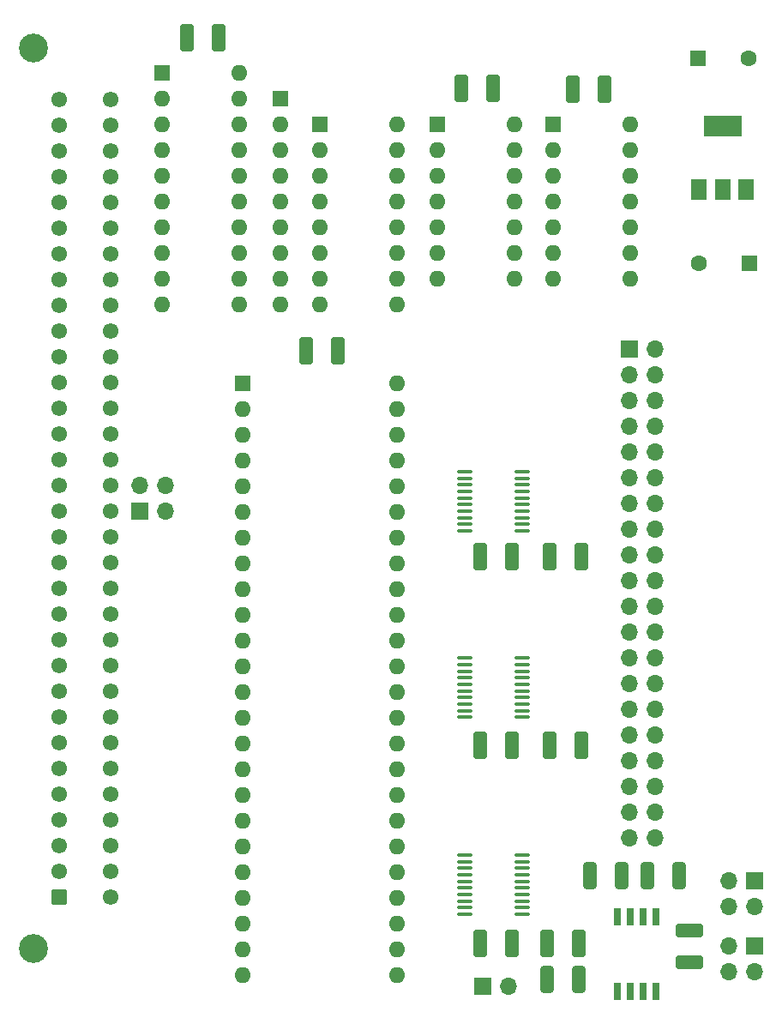
<source format=gbr>
%TF.GenerationSoftware,KiCad,Pcbnew,(6.0.8-1)-1*%
%TF.CreationDate,2023-09-26T17:12:20+03:00*%
%TF.ProjectId,A410_Podule_Ram_RPI,41343130-5f50-46f6-9475-6c655f52616d,rev?*%
%TF.SameCoordinates,Original*%
%TF.FileFunction,Soldermask,Top*%
%TF.FilePolarity,Negative*%
%FSLAX46Y46*%
G04 Gerber Fmt 4.6, Leading zero omitted, Abs format (unit mm)*
G04 Created by KiCad (PCBNEW (6.0.8-1)-1) date 2023-09-26 17:12:20*
%MOMM*%
%LPD*%
G01*
G04 APERTURE LIST*
G04 Aperture macros list*
%AMRoundRect*
0 Rectangle with rounded corners*
0 $1 Rounding radius*
0 $2 $3 $4 $5 $6 $7 $8 $9 X,Y pos of 4 corners*
0 Add a 4 corners polygon primitive as box body*
4,1,4,$2,$3,$4,$5,$6,$7,$8,$9,$2,$3,0*
0 Add four circle primitives for the rounded corners*
1,1,$1+$1,$2,$3*
1,1,$1+$1,$4,$5*
1,1,$1+$1,$6,$7*
1,1,$1+$1,$8,$9*
0 Add four rect primitives between the rounded corners*
20,1,$1+$1,$2,$3,$4,$5,0*
20,1,$1+$1,$4,$5,$6,$7,0*
20,1,$1+$1,$6,$7,$8,$9,0*
20,1,$1+$1,$8,$9,$2,$3,0*%
G04 Aperture macros list end*
%ADD10RoundRect,0.250000X-0.400000X-1.075000X0.400000X-1.075000X0.400000X1.075000X-0.400000X1.075000X0*%
%ADD11R,1.600000X1.600000*%
%ADD12O,1.600000X1.600000*%
%ADD13R,1.700000X1.700000*%
%ADD14O,1.700000X1.700000*%
%ADD15RoundRect,0.100000X0.637500X0.100000X-0.637500X0.100000X-0.637500X-0.100000X0.637500X-0.100000X0*%
%ADD16RoundRect,0.250000X-1.100000X0.412500X-1.100000X-0.412500X1.100000X-0.412500X1.100000X0.412500X0*%
%ADD17R,0.650000X1.700000*%
%ADD18R,1.500000X2.000000*%
%ADD19R,3.800000X2.000000*%
%ADD20RoundRect,0.250000X0.412500X1.100000X-0.412500X1.100000X-0.412500X-1.100000X0.412500X-1.100000X0*%
%ADD21C,2.850000*%
%ADD22RoundRect,0.249999X0.525001X-0.525001X0.525001X0.525001X-0.525001X0.525001X-0.525001X-0.525001X0*%
%ADD23C,1.550000*%
%ADD24C,1.600000*%
%ADD25RoundRect,0.250000X-0.412500X-1.100000X0.412500X-1.100000X0.412500X1.100000X-0.412500X1.100000X0*%
G04 APERTURE END LIST*
D10*
%TO.C,R3*%
X133578000Y-124714000D03*
X136678000Y-124714000D03*
%TD*%
D11*
%TO.C,U2*%
X112786000Y-50541000D03*
D12*
X112786000Y-53081000D03*
X112786000Y-55621000D03*
X112786000Y-58161000D03*
X112786000Y-60701000D03*
X112786000Y-63241000D03*
X112786000Y-65781000D03*
X120406000Y-65781000D03*
X120406000Y-63241000D03*
X120406000Y-60701000D03*
X120406000Y-58161000D03*
X120406000Y-55621000D03*
X120406000Y-53081000D03*
X120406000Y-50541000D03*
%TD*%
D13*
%TO.C,J2*%
X131821000Y-72776000D03*
D14*
X134361000Y-72776000D03*
X131821000Y-75316000D03*
X134361000Y-75316000D03*
X131821000Y-77856000D03*
X134361000Y-77856000D03*
X131821000Y-80396000D03*
X134361000Y-80396000D03*
X131821000Y-82936000D03*
X134361000Y-82936000D03*
X131821000Y-85476000D03*
X134361000Y-85476000D03*
X131821000Y-88016000D03*
X134361000Y-88016000D03*
X131821000Y-90556000D03*
X134361000Y-90556000D03*
X131821000Y-93096000D03*
X134361000Y-93096000D03*
X131821000Y-95636000D03*
X134361000Y-95636000D03*
X131821000Y-98176000D03*
X134361000Y-98176000D03*
X131821000Y-100716000D03*
X134361000Y-100716000D03*
X131821000Y-103256000D03*
X134361000Y-103256000D03*
X131821000Y-105796000D03*
X134361000Y-105796000D03*
X131821000Y-108336000D03*
X134361000Y-108336000D03*
X131821000Y-110876000D03*
X134361000Y-110876000D03*
X131821000Y-113416000D03*
X134361000Y-113416000D03*
X131821000Y-115956000D03*
X134361000Y-115956000D03*
X131821000Y-118496000D03*
X134361000Y-118496000D03*
X131821000Y-121036000D03*
X134361000Y-121036000D03*
%TD*%
D15*
%TO.C,U6*%
X121226500Y-109097000D03*
X121226500Y-108447000D03*
X121226500Y-107797000D03*
X121226500Y-107147000D03*
X121226500Y-106497000D03*
X121226500Y-105847000D03*
X121226500Y-105197000D03*
X121226500Y-104547000D03*
X121226500Y-103897000D03*
X121226500Y-103247000D03*
X115501500Y-103247000D03*
X115501500Y-103897000D03*
X115501500Y-104547000D03*
X115501500Y-105197000D03*
X115501500Y-105847000D03*
X115501500Y-106497000D03*
X115501500Y-107147000D03*
X115501500Y-107797000D03*
X115501500Y-108447000D03*
X115501500Y-109097000D03*
%TD*%
D11*
%TO.C,SW1*%
X101229000Y-50536000D03*
D12*
X101229000Y-53076000D03*
X101229000Y-55616000D03*
X101229000Y-58156000D03*
X101229000Y-60696000D03*
X101229000Y-63236000D03*
X101229000Y-65776000D03*
X101229000Y-68316000D03*
X108849000Y-68316000D03*
X108849000Y-65776000D03*
X108849000Y-63236000D03*
X108849000Y-60696000D03*
X108849000Y-58156000D03*
X108849000Y-55616000D03*
X108849000Y-53076000D03*
X108849000Y-50536000D03*
%TD*%
D16*
%TO.C,C2*%
X137668000Y-130136500D03*
X137668000Y-133261500D03*
%TD*%
D17*
%TO.C,U8*%
X130556000Y-136111000D03*
X131826000Y-136111000D03*
X133096000Y-136111000D03*
X134366000Y-136111000D03*
X134366000Y-128811000D03*
X133096000Y-128811000D03*
X131826000Y-128811000D03*
X130556000Y-128811000D03*
%TD*%
D15*
%TO.C,U5*%
X121226500Y-128528000D03*
X121226500Y-127878000D03*
X121226500Y-127228000D03*
X121226500Y-126578000D03*
X121226500Y-125928000D03*
X121226500Y-125278000D03*
X121226500Y-124628000D03*
X121226500Y-123978000D03*
X121226500Y-123328000D03*
X121226500Y-122678000D03*
X115501500Y-122678000D03*
X115501500Y-123328000D03*
X115501500Y-123978000D03*
X115501500Y-124628000D03*
X115501500Y-125278000D03*
X115501500Y-125928000D03*
X115501500Y-126578000D03*
X115501500Y-127228000D03*
X115501500Y-127878000D03*
X115501500Y-128528000D03*
%TD*%
D18*
%TO.C,U9*%
X138670000Y-56998000D03*
X140970000Y-56998000D03*
D19*
X140970000Y-50698000D03*
D18*
X143270000Y-56998000D03*
%TD*%
D10*
%TO.C,R2*%
X127889000Y-124714000D03*
X130989000Y-124714000D03*
%TD*%
%TO.C,R4*%
X123672000Y-135001000D03*
X126772000Y-135001000D03*
%TD*%
D15*
%TO.C,U7*%
X121226500Y-90682000D03*
X121226500Y-90032000D03*
X121226500Y-89382000D03*
X121226500Y-88732000D03*
X121226500Y-88082000D03*
X121226500Y-87432000D03*
X121226500Y-86782000D03*
X121226500Y-86132000D03*
X121226500Y-85482000D03*
X121226500Y-84832000D03*
X115501500Y-84832000D03*
X115501500Y-85482000D03*
X115501500Y-86132000D03*
X115501500Y-86782000D03*
X115501500Y-87432000D03*
X115501500Y-88082000D03*
X115501500Y-88732000D03*
X115501500Y-89382000D03*
X115501500Y-90032000D03*
X115501500Y-90682000D03*
%TD*%
D20*
%TO.C,C3*%
X118275500Y-46990000D03*
X115150500Y-46990000D03*
%TD*%
D21*
%TO.C,J1*%
X72898000Y-131953000D03*
X72898000Y-43053000D03*
D22*
X75438000Y-126873000D03*
D23*
X75438000Y-124333000D03*
X75438000Y-121793000D03*
X75438000Y-119253000D03*
X75438000Y-116713000D03*
X75438000Y-114173000D03*
X75438000Y-111633000D03*
X75438000Y-109093000D03*
X75438000Y-106553000D03*
X75438000Y-104013000D03*
X75438000Y-101473000D03*
X75438000Y-98933000D03*
X75438000Y-96393000D03*
X75438000Y-93853000D03*
X75438000Y-91313000D03*
X75438000Y-88773000D03*
X75438000Y-86233000D03*
X75438000Y-83693000D03*
X75438000Y-81153000D03*
X75438000Y-78613000D03*
X75438000Y-76073000D03*
X75438000Y-73533000D03*
X75438000Y-70993000D03*
X75438000Y-68453000D03*
X75438000Y-65913000D03*
X75438000Y-63373000D03*
X75438000Y-60833000D03*
X75438000Y-58293000D03*
X75438000Y-55753000D03*
X75438000Y-53213000D03*
X75438000Y-50673000D03*
X75438000Y-48133000D03*
X80518000Y-126873000D03*
X80518000Y-124333000D03*
X80518000Y-121793000D03*
X80518000Y-119253000D03*
X80518000Y-116713000D03*
X80518000Y-114173000D03*
X80518000Y-111633000D03*
X80518000Y-109093000D03*
X80518000Y-106553000D03*
X80518000Y-104013000D03*
X80518000Y-101473000D03*
X80518000Y-98933000D03*
X80518000Y-96393000D03*
X80518000Y-93853000D03*
X80518000Y-91313000D03*
X80518000Y-88773000D03*
X80518000Y-86233000D03*
X80518000Y-83693000D03*
X80518000Y-81153000D03*
X80518000Y-78613000D03*
X80518000Y-76073000D03*
X80518000Y-73533000D03*
X80518000Y-70993000D03*
X80518000Y-68453000D03*
X80518000Y-65913000D03*
X80518000Y-63373000D03*
X80518000Y-60833000D03*
X80518000Y-58293000D03*
X80518000Y-55753000D03*
X80518000Y-53213000D03*
X80518000Y-50673000D03*
X80518000Y-48133000D03*
%TD*%
D13*
%TO.C,INT1*%
X83434000Y-88778000D03*
D14*
X83434000Y-86238000D03*
X85974000Y-88778000D03*
X85974000Y-86238000D03*
%TD*%
D20*
%TO.C,C12*%
X91224500Y-42037000D03*
X88099500Y-42037000D03*
%TD*%
D11*
%TO.C,CP2*%
X143626651Y-64262000D03*
D24*
X138626651Y-64262000D03*
%TD*%
D11*
%TO.C,U4*%
X124206000Y-50546000D03*
D12*
X124206000Y-53086000D03*
X124206000Y-55626000D03*
X124206000Y-58166000D03*
X124206000Y-60706000D03*
X124206000Y-63246000D03*
X124206000Y-65786000D03*
X131826000Y-65786000D03*
X131826000Y-63246000D03*
X131826000Y-60706000D03*
X131826000Y-58166000D03*
X131826000Y-55626000D03*
X131826000Y-53086000D03*
X131826000Y-50546000D03*
%TD*%
D11*
%TO.C,RN1*%
X97282000Y-47991000D03*
D12*
X97282000Y-50531000D03*
X97282000Y-53071000D03*
X97282000Y-55611000D03*
X97282000Y-58151000D03*
X97282000Y-60691000D03*
X97282000Y-63231000D03*
X97282000Y-65771000D03*
X97282000Y-68311000D03*
%TD*%
D25*
%TO.C,C7*%
X117055500Y-111887000D03*
X120180500Y-111887000D03*
%TD*%
D20*
%TO.C,C9*%
X127038500Y-93218000D03*
X123913500Y-93218000D03*
%TD*%
%TO.C,C10*%
X127038500Y-111887000D03*
X123913500Y-111887000D03*
%TD*%
D13*
%TO.C,Prgm1*%
X117343000Y-135636000D03*
D14*
X119883000Y-135636000D03*
%TD*%
D11*
%TO.C,U3*%
X93594000Y-76083000D03*
D12*
X93594000Y-78623000D03*
X93594000Y-81163000D03*
X93594000Y-83703000D03*
X93594000Y-86243000D03*
X93594000Y-88783000D03*
X93594000Y-91323000D03*
X93594000Y-93863000D03*
X93594000Y-96403000D03*
X93594000Y-98943000D03*
X93594000Y-101483000D03*
X93594000Y-104023000D03*
X93594000Y-106563000D03*
X93594000Y-109103000D03*
X93594000Y-111643000D03*
X93594000Y-114183000D03*
X93594000Y-116723000D03*
X93594000Y-119263000D03*
X93594000Y-121803000D03*
X93594000Y-124343000D03*
X93594000Y-126883000D03*
X93594000Y-129423000D03*
X93594000Y-131963000D03*
X93594000Y-134503000D03*
X108834000Y-134503000D03*
X108834000Y-131963000D03*
X108834000Y-129423000D03*
X108834000Y-126883000D03*
X108834000Y-124343000D03*
X108834000Y-121803000D03*
X108834000Y-119263000D03*
X108834000Y-116723000D03*
X108834000Y-114183000D03*
X108834000Y-111643000D03*
X108834000Y-109103000D03*
X108834000Y-106563000D03*
X108834000Y-104023000D03*
X108834000Y-101483000D03*
X108834000Y-98943000D03*
X108834000Y-96403000D03*
X108834000Y-93863000D03*
X108834000Y-91323000D03*
X108834000Y-88783000D03*
X108834000Y-86243000D03*
X108834000Y-83703000D03*
X108834000Y-81163000D03*
X108834000Y-78623000D03*
X108834000Y-76083000D03*
%TD*%
D13*
%TO.C,HAT1*%
X144150000Y-125217000D03*
D14*
X144150000Y-127757000D03*
X141610000Y-125217000D03*
X141610000Y-127757000D03*
%TD*%
D13*
%TO.C,ARM1*%
X144150000Y-131694000D03*
D14*
X144150000Y-134234000D03*
X141610000Y-131694000D03*
X141610000Y-134234000D03*
%TD*%
D20*
%TO.C,C5*%
X129324500Y-47117000D03*
X126199500Y-47117000D03*
%TD*%
D25*
%TO.C,C6*%
X117055500Y-131445000D03*
X120180500Y-131445000D03*
%TD*%
D20*
%TO.C,C11*%
X126784500Y-131445000D03*
X123659500Y-131445000D03*
%TD*%
D25*
%TO.C,C8*%
X117055500Y-93218000D03*
X120180500Y-93218000D03*
%TD*%
D11*
%TO.C,U1*%
X85598000Y-45466000D03*
D12*
X85598000Y-48006000D03*
X85598000Y-50546000D03*
X85598000Y-53086000D03*
X85598000Y-55626000D03*
X85598000Y-58166000D03*
X85598000Y-60706000D03*
X85598000Y-63246000D03*
X85598000Y-65786000D03*
X85598000Y-68326000D03*
X93218000Y-68326000D03*
X93218000Y-65786000D03*
X93218000Y-63246000D03*
X93218000Y-60706000D03*
X93218000Y-58166000D03*
X93218000Y-55626000D03*
X93218000Y-53086000D03*
X93218000Y-50546000D03*
X93218000Y-48006000D03*
X93218000Y-45466000D03*
%TD*%
D11*
%TO.C,CP1*%
X138567349Y-44069000D03*
D24*
X143567349Y-44069000D03*
%TD*%
D20*
%TO.C,C4*%
X102997000Y-72898000D03*
X99872000Y-72898000D03*
%TD*%
M02*

</source>
